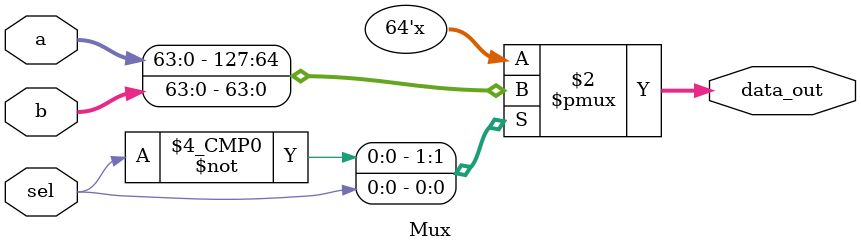
<source format=v>
module Mux
(
	input [63:0] a, b,
	input sel,
	output reg [63:0] data_out
);

always @(a or b or sel)	
case (sel)
	0: data_out=a;
	1: data_out=b;
endcase

endmodule
</source>
